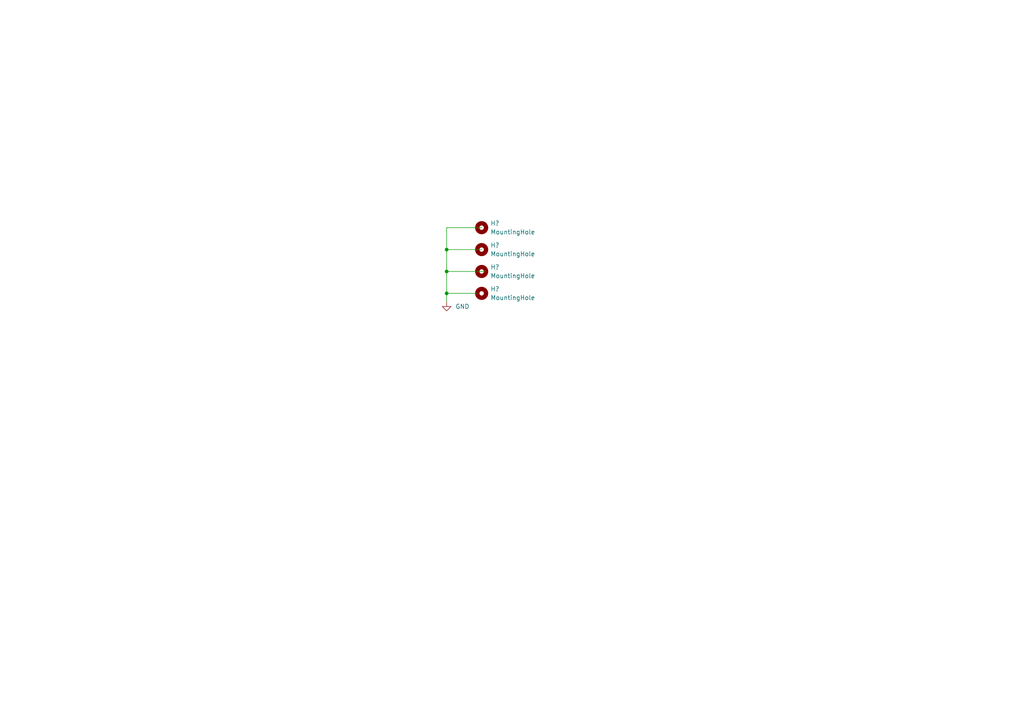
<source format=kicad_sch>
(kicad_sch (version 20211123) (generator eeschema)

  (uuid 4c75ee02-f3be-46a8-8d61-74b9d3c5e36a)

  (paper "A4")

  (lib_symbols
    (symbol "Mechanical:MountingHole" (pin_names (offset 1.016)) (in_bom yes) (on_board yes)
      (property "Reference" "H" (id 0) (at 0 5.08 0)
        (effects (font (size 1.27 1.27)))
      )
      (property "Value" "MountingHole" (id 1) (at 0 3.175 0)
        (effects (font (size 1.27 1.27)))
      )
      (property "Footprint" "" (id 2) (at 0 0 0)
        (effects (font (size 1.27 1.27)) hide)
      )
      (property "Datasheet" "~" (id 3) (at 0 0 0)
        (effects (font (size 1.27 1.27)) hide)
      )
      (property "ki_keywords" "mounting hole" (id 4) (at 0 0 0)
        (effects (font (size 1.27 1.27)) hide)
      )
      (property "ki_description" "Mounting Hole without connection" (id 5) (at 0 0 0)
        (effects (font (size 1.27 1.27)) hide)
      )
      (property "ki_fp_filters" "MountingHole*" (id 6) (at 0 0 0)
        (effects (font (size 1.27 1.27)) hide)
      )
      (symbol "MountingHole_0_1"
        (circle (center 0 0) (radius 1.27)
          (stroke (width 1.27) (type default) (color 0 0 0 0))
          (fill (type none))
        )
      )
    )
    (symbol "power:GND" (power) (pin_names (offset 0)) (in_bom yes) (on_board yes)
      (property "Reference" "#PWR" (id 0) (at 0 -6.35 0)
        (effects (font (size 1.27 1.27)) hide)
      )
      (property "Value" "GND" (id 1) (at 0 -3.81 0)
        (effects (font (size 1.27 1.27)))
      )
      (property "Footprint" "" (id 2) (at 0 0 0)
        (effects (font (size 1.27 1.27)) hide)
      )
      (property "Datasheet" "" (id 3) (at 0 0 0)
        (effects (font (size 1.27 1.27)) hide)
      )
      (property "ki_keywords" "power-flag" (id 4) (at 0 0 0)
        (effects (font (size 1.27 1.27)) hide)
      )
      (property "ki_description" "Power symbol creates a global label with name \"GND\" , ground" (id 5) (at 0 0 0)
        (effects (font (size 1.27 1.27)) hide)
      )
      (symbol "GND_0_1"
        (polyline
          (pts
            (xy 0 0)
            (xy 0 -1.27)
            (xy 1.27 -1.27)
            (xy 0 -2.54)
            (xy -1.27 -1.27)
            (xy 0 -1.27)
          )
          (stroke (width 0) (type default) (color 0 0 0 0))
          (fill (type none))
        )
      )
      (symbol "GND_1_1"
        (pin power_in line (at 0 0 270) (length 0) hide
          (name "GND" (effects (font (size 1.27 1.27))))
          (number "1" (effects (font (size 1.27 1.27))))
        )
      )
    )
  )

  (junction (at 129.54 85.09) (diameter 0) (color 0 0 0 0)
    (uuid 0cec244a-8b5a-46be-8dc3-385542b7efdb)
  )
  (junction (at 129.54 78.74) (diameter 0) (color 0 0 0 0)
    (uuid af79ac39-214d-4c68-9a47-71343578d2f7)
  )
  (junction (at 129.54 72.39) (diameter 0) (color 0 0 0 0)
    (uuid c582fc13-0002-478d-afb7-b213031c68b9)
  )

  (wire (pts (xy 129.54 78.74) (xy 140.97 78.74))
    (stroke (width 0) (type default) (color 0 0 0 0))
    (uuid 19787864-5b95-4cf1-9a62-d683570c74fc)
  )
  (wire (pts (xy 129.54 85.09) (xy 129.54 87.63))
    (stroke (width 0) (type default) (color 0 0 0 0))
    (uuid a92b8d89-2fe5-4f51-b4cd-2b4b72e8e6dd)
  )
  (wire (pts (xy 129.54 72.39) (xy 139.7 72.39))
    (stroke (width 0) (type default) (color 0 0 0 0))
    (uuid bd791224-9dd4-475f-ad3f-001d082d68ab)
  )
  (wire (pts (xy 129.54 78.74) (xy 129.54 85.09))
    (stroke (width 0) (type default) (color 0 0 0 0))
    (uuid c245cb05-45bb-4e31-8eb2-36a193ba1b48)
  )
  (wire (pts (xy 129.54 66.04) (xy 129.54 72.39))
    (stroke (width 0) (type default) (color 0 0 0 0))
    (uuid d898a58f-cf7f-44f3-96de-68184f18b109)
  )
  (wire (pts (xy 139.7 66.04) (xy 129.54 66.04))
    (stroke (width 0) (type default) (color 0 0 0 0))
    (uuid e70c331d-2778-44ef-a33a-089ca48a9683)
  )
  (wire (pts (xy 129.54 85.09) (xy 138.43 85.09))
    (stroke (width 0) (type default) (color 0 0 0 0))
    (uuid eaa122fb-9d82-4acf-9ad9-a3227e06060d)
  )
  (wire (pts (xy 129.54 72.39) (xy 129.54 78.74))
    (stroke (width 0) (type default) (color 0 0 0 0))
    (uuid f33c8c71-3135-47f8-9381-72bb59eab1e0)
  )

  (symbol (lib_id "Mechanical:MountingHole") (at 139.7 72.39 0) (unit 1)
    (in_bom yes) (on_board yes) (fields_autoplaced)
    (uuid 5832b0c0-212a-4a89-b55c-fca901abe9bb)
    (property "Reference" "H?" (id 0) (at 142.24 71.1199 0)
      (effects (font (size 1.27 1.27)) (justify left))
    )
    (property "Value" "MountingHole" (id 1) (at 142.24 73.6599 0)
      (effects (font (size 1.27 1.27)) (justify left))
    )
    (property "Footprint" "MountingHole:MountingHole_2.2mm_M2" (id 2) (at 139.7 72.39 0)
      (effects (font (size 1.27 1.27)) hide)
    )
    (property "Datasheet" "~" (id 3) (at 139.7 72.39 0)
      (effects (font (size 1.27 1.27)) hide)
    )
  )

  (symbol (lib_id "Mechanical:MountingHole") (at 139.7 66.04 0) (unit 1)
    (in_bom yes) (on_board yes) (fields_autoplaced)
    (uuid 92088b5e-1488-4a6e-8dfa-4bb475f0350e)
    (property "Reference" "H?" (id 0) (at 142.24 64.7699 0)
      (effects (font (size 1.27 1.27)) (justify left))
    )
    (property "Value" "MountingHole" (id 1) (at 142.24 67.3099 0)
      (effects (font (size 1.27 1.27)) (justify left))
    )
    (property "Footprint" "MountingHole:MountingHole_2.2mm_M2" (id 2) (at 139.7 66.04 0)
      (effects (font (size 1.27 1.27)) hide)
    )
    (property "Datasheet" "~" (id 3) (at 139.7 66.04 0)
      (effects (font (size 1.27 1.27)) hide)
    )
  )

  (symbol (lib_id "power:GND") (at 129.54 87.63 0) (unit 1)
    (in_bom yes) (on_board yes) (fields_autoplaced)
    (uuid a749dc92-a263-4008-92ab-33828e662905)
    (property "Reference" "#PWR?" (id 0) (at 129.54 93.98 0)
      (effects (font (size 1.27 1.27)) hide)
    )
    (property "Value" "GND" (id 1) (at 132.08 88.8999 0)
      (effects (font (size 1.27 1.27)) (justify left))
    )
    (property "Footprint" "" (id 2) (at 129.54 87.63 0)
      (effects (font (size 1.27 1.27)) hide)
    )
    (property "Datasheet" "" (id 3) (at 129.54 87.63 0)
      (effects (font (size 1.27 1.27)) hide)
    )
    (pin "1" (uuid e1008042-9388-46f3-aaee-bd282267dbfa))
  )

  (symbol (lib_id "Mechanical:MountingHole") (at 139.7 85.09 0) (unit 1)
    (in_bom yes) (on_board yes) (fields_autoplaced)
    (uuid d1e3ab91-bc4b-489e-a869-0892fb07130c)
    (property "Reference" "H?" (id 0) (at 142.24 83.8199 0)
      (effects (font (size 1.27 1.27)) (justify left))
    )
    (property "Value" "MountingHole" (id 1) (at 142.24 86.3599 0)
      (effects (font (size 1.27 1.27)) (justify left))
    )
    (property "Footprint" "MountingHole:MountingHole_2.2mm_M2" (id 2) (at 139.7 85.09 0)
      (effects (font (size 1.27 1.27)) hide)
    )
    (property "Datasheet" "~" (id 3) (at 139.7 85.09 0)
      (effects (font (size 1.27 1.27)) hide)
    )
  )

  (symbol (lib_id "Mechanical:MountingHole") (at 139.7 78.74 0) (unit 1)
    (in_bom yes) (on_board yes) (fields_autoplaced)
    (uuid d950b1f5-c72e-48d0-9f23-694f81c34716)
    (property "Reference" "H?" (id 0) (at 142.24 77.4699 0)
      (effects (font (size 1.27 1.27)) (justify left))
    )
    (property "Value" "MountingHole" (id 1) (at 142.24 80.0099 0)
      (effects (font (size 1.27 1.27)) (justify left))
    )
    (property "Footprint" "MountingHole:MountingHole_2.2mm_M2" (id 2) (at 139.7 78.74 0)
      (effects (font (size 1.27 1.27)) hide)
    )
    (property "Datasheet" "~" (id 3) (at 139.7 78.74 0)
      (effects (font (size 1.27 1.27)) hide)
    )
  )
)

</source>
